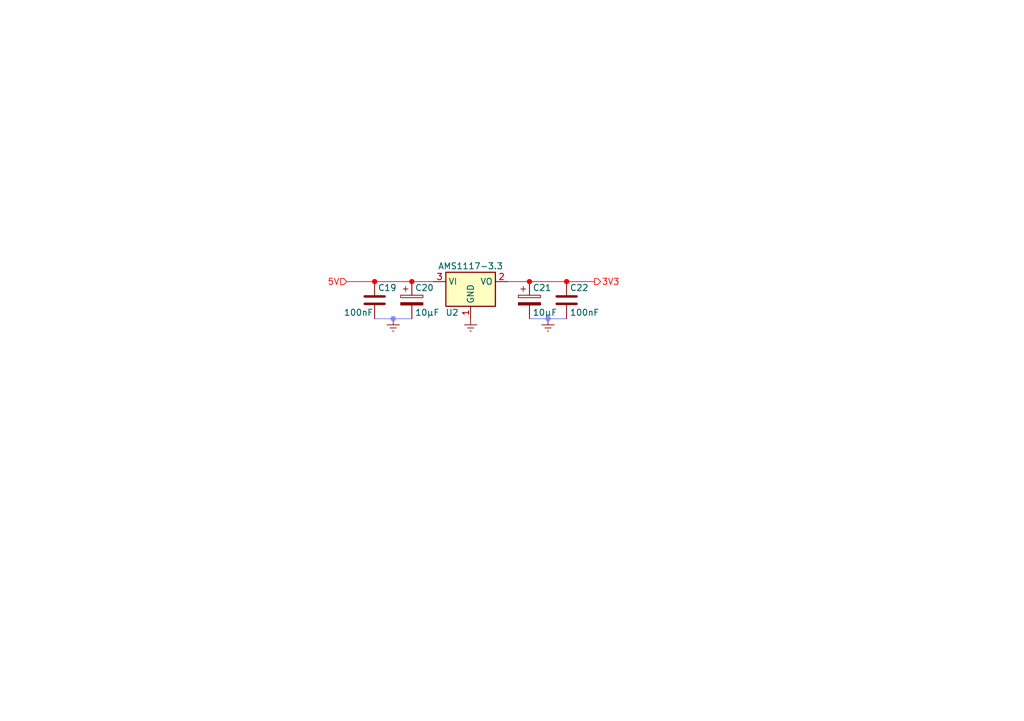
<source format=kicad_sch>
(kicad_sch (version 20231120) (generator "eeschema") (generator_version "8.0")
  (paper "A5")
  (title_block (title "5V -> 3.3V") (date "2024-10-26") (company "Designer: Ginsakura"))
  (lib_symbols
    (symbol "Device:C" (pin_numbers hide) (pin_names (offset 0.254))
      (property "Reference" "C" (at 0.635 2.54 0))
      (property "Value" "C" (at 0.635 -2.54 0))
      (symbol "C_0_1"
        (polyline (pts (xy -2.032 -0.762) (xy 2.032 -0.762)) (stroke (width 0.508)))
        (polyline (pts (xy -2.032 0.762) (xy 2.032 0.762)) (stroke (width 0.508)))
      )
      (symbol "C_1_1"
        (pin passive line (at 0 3.81 270) (length 2.794) (name "~") (number "1"))
        (pin passive line (at 0 -3.81 90) (length 2.794) (name "~") (number "2"))
      )
    )
    (symbol "Device:C_Polarized" (pin_numbers hide) (pin_names (offset 0.254))
      (property "Reference" "C" (at 0.635 2.54 0))
      (property "Value" "C_Polarized" (at 0.635 -2.54 0))
      (symbol "C_Polarized_0_1"
        (rectangle (start -2.286 0.508) (end 2.286 1.016))
        (polyline (pts (xy -1.778 2.286) (xy -0.762 2.286)))
        (polyline (pts (xy -1.27 2.794) (xy -1.27 1.778)))
        (rectangle (start 2.286 -0.508) (end -2.286 -1.016) (fill (type outline)))
      )
      (symbol "C_Polarized_1_1"
        (pin passive line (at 0 3.81 270) (length 2.794) (name "~") (number "1"))
        (pin passive line (at 0 -3.81 90) (length 2.794) (name "~") (number "2"))
      )
    )
    (symbol "Regulator_Linear:AMS1117-3.3"
      (property "Reference" "U" (at -3.81 3.175 0))
      (property "Value" "AMS1117-3.3" (at 0 3.175 0))
      (symbol "AMS1117-3.3_0_1"
        (rectangle (start -5.08 -5.08) (end 5.08 1.905) (stroke (width 0.254)) (fill (type background)))
      )
      (symbol "AMS1117-3.3_1_1"
        (pin power_in line (at 0 -7.62 90) (length 2.54) (name "GND") (number "1"))
        (pin power_out line (at 7.62 0 180) (length 2.54) (name "VO") (number "2"))
        (pin power_in line (at -7.62 0 0) (length 2.54) (name "VI") (number "3"))
      )
    )
    (symbol "power:Earth" (power) (pin_numbers hide) (pin_names (offset 0) hide)
      (property "Value" "Earth" (at 0 -3.81 0))
      (symbol "Earth_0_1"
        (polyline (pts (xy -0.635 -1.905) (xy 0.635 -1.905)))
        (polyline (pts (xy -0.127 -2.54) (xy 0.127 -2.54)))
        (polyline (pts (xy 0 -1.27) (xy 0 0)))
        (polyline (pts (xy 1.27 -1.27) (xy -1.27 -1.27)))
      )
      (symbol "Earth_1_1"
        (pin power_in line (at 0 0 270) (length 0) (name "~") (number "1"))
      )
    )
  )
  (junction (at 84.455 57.785) (color 243 0 0 1))
  (junction (at 76.835 57.785) (color 243 0 0 1))
  (junction (at 108.585 57.785) (color 243 0 0 1))
  (junction (at 116.205 57.785) (color 243 0 0 1))
  (junction (at 112.395 65.405) (color 127 127 255 1))
  (junction (at 80.645 65.405) (color 127 127 255 1))
  (wire (pts (xy 80.645 65.405) (xy 84.455 65.405)) (stroke (width 0) (color 127 127 255 1)))
  (wire (pts (xy 71.12 57.785) (xy 76.835 57.785)) (stroke (width 0) (color 243 0 0 1)))
  (wire (pts (xy 104.14 57.785) (xy 108.585 57.785)) (stroke (width 0) (color 243 0 0 1)))
  (wire (pts (xy 76.835 65.405) (xy 80.645 65.405)) (stroke (width 0) (color 127 127 255 1)))
  (wire (pts (xy 112.395 65.405) (xy 116.205 65.405)) (stroke (width 0) (color 127 127 255 1)))
  (wire (pts (xy 108.585 65.405) (xy 112.395 65.405)) (stroke (width 0) (color 127 127 255 1)))
  (wire (pts (xy 108.585 57.785) (xy 116.205 57.785)) (stroke (width 0) (color 243 0 0 1)))
  (wire (pts (xy 84.455 57.785) (xy 88.9 57.785)) (stroke (width 0) (color 243 0 0 1)))
  (wire (pts (xy 116.205 57.785) (xy 121.92 57.785)) (stroke (width 0) (color 243 0 0 1)))
  (wire (pts (xy 76.835 57.785) (xy 84.455 57.785)) (stroke (width 0) (color 243 0 0 1)))
  (hierarchical_label "5V" (shape input) (at 71.12 57.785 180))
  (hierarchical_label "3V3" (shape output) (at 121.92 57.785 0))
  (symbol (lib_id "power:Earth") (at 112.395 65.405 0) (unit 1)
    (property "Reference" "#PWR012" (effects (hide yes)))
    (property "Value" "Earth" (effects (hide yes)))
    (property "Description" "Power symbol creates a global label with name \"Earth\"" (effects (hide yes)))
  )
  (symbol (lib_id "Device:C") (at 116.205 61.595 0) (unit 1)
    (property "Reference" "C22" (at 116.84 59.055 0) (effects (justify left)))
    (property "Value" "100nF" (at 116.84 64.135 0) (effects (justify left)))
    (property "Footprint" "Capacitor_SMD:C_0603_1608Metric" (effects (hide yes)))
    (property "Description" "Unpolarized capacitor" (effects (hide yes)))
  )
  (symbol (lib_id "Device:C_Polarized") (at 84.455 61.595 0) (unit 1)
    (property "Reference" "C20" (at 85.09 59.055 0) (effects (justify left)))
    (property "Value" "10μF" (at 85.09 64.135 0) (effects (justify left)))
    (property "Footprint" "Capacitor_Tantalum_SMD:CP_EIA-3216-18_Kemet-A" (effects (hide yes)))
    (property "Description" "Polarized capacitor" (effects (hide yes)))
  )
  (symbol (lib_id "Device:C_Polarized") (at 108.585 61.595 0) (unit 1)
    (property "Reference" "C21" (at 109.22 59.055 0) (effects (justify left)))
    (property "Value" "10μF" (at 109.22 64.135 0) (effects (justify left)))
    (property "Footprint" "Capacitor_Tantalum_SMD:CP_EIA-3216-18_Kemet-A" (effects (hide yes)))
    (property "Description" "Polarized capacitor" (effects (hide yes)))
  )
  (symbol (lib_id "power:Earth") (at 96.52 65.405 0) (unit 1)
    (property "Reference" "#PWR011" (effects (hide yes)))
    (property "Value" "Earth" (effects (hide yes)))
    (property "Description" "Power symbol creates a global label with name \"Earth\"" (effects (hide yes)))
  )
  (symbol (lib_id "Regulator_Linear:AMS1117-3.3") (at 96.52 57.785 0) (unit 1)
    (property "Reference" "U2" (at 92.71 64.135 0))
    (property "Value" "AMS1117-3.3" (at 96.52 54.61 0))
    (property "Footprint" "Package_TO_SOT_SMD:SOT-223-3_TabPin2" (effects (hide yes)))
    (property "Datasheet" "http://www.advanced-monolithic.com/pdf/ds1117.pdf" (effects (hide yes)))
    (property "Description" "1A Low Dropout regulator, positive, 3.3V fixed output, SOT-223" (effects (hide yes)))
  )
  (symbol (lib_id "Device:C") (at 76.835 61.595 0) (unit 1)
    (property "Reference" "C19" (at 77.47 59.055 0) (effects (justify left)))
    (property "Value" "100nF" (at 70.485 64.135 0) (effects (justify left)))
    (property "Footprint" "Capacitor_SMD:C_0603_1608Metric" (effects (hide yes)))
    (property "Description" "Unpolarized capacitor" (effects (hide yes)))
  )
  (symbol (lib_id "power:Earth") (at 80.645 65.405 0) (mirror y) (unit 1)
    (property "Reference" "#PWR010" (effects (hide yes)))
    (property "Value" "Earth" (effects (hide yes)))
    (property "Description" "Power symbol creates a global label with name \"Earth\"" (effects (hide yes)))
  )
)
</source>
